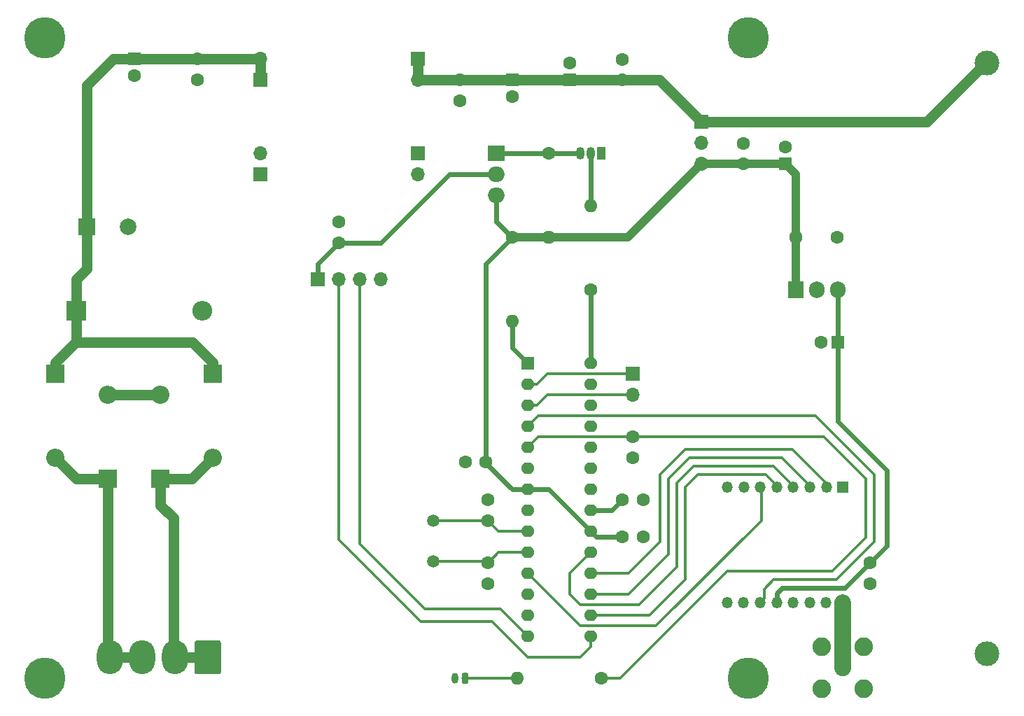
<source format=gbr>
G04 #@! TF.GenerationSoftware,KiCad,Pcbnew,(5.1.2)-1*
G04 #@! TF.CreationDate,2020-01-29T20:57:53+02:00*
G04 #@! TF.ProjectId,PCB,5043422e-6b69-4636-9164-5f7063625858,rev?*
G04 #@! TF.SameCoordinates,Original*
G04 #@! TF.FileFunction,Copper,L1,Top*
G04 #@! TF.FilePolarity,Positive*
%FSLAX46Y46*%
G04 Gerber Fmt 4.6, Leading zero omitted, Abs format (unit mm)*
G04 Created by KiCad (PCBNEW (5.1.2)-1) date 2020-01-29 20:57:53*
%MOMM*%
%LPD*%
G04 APERTURE LIST*
%ADD10C,3.000000*%
%ADD11C,0.800000*%
%ADD12C,5.000000*%
%ADD13C,0.100000*%
%ADD14C,3.160000*%
%ADD15O,3.160000X4.100000*%
%ADD16C,1.600000*%
%ADD17O,0.800000X1.300000*%
%ADD18R,1.905000X2.000000*%
%ADD19O,1.905000X2.000000*%
%ADD20R,2.000000X2.000000*%
%ADD21C,2.000000*%
%ADD22R,1.600000X1.600000*%
%ADD23R,2.200000X2.200000*%
%ADD24O,2.200000X2.200000*%
%ADD25R,2.400000X2.400000*%
%ADD26O,2.400000X2.400000*%
%ADD27O,1.600000X1.400000*%
%ADD28O,1.700000X1.700000*%
%ADD29R,1.700000X1.700000*%
%ADD30O,1.350000X1.350000*%
%ADD31R,1.350000X1.350000*%
%ADD32C,2.050000*%
%ADD33C,2.250000*%
%ADD34O,1.600000X1.600000*%
%ADD35C,1.500000*%
%ADD36O,1.050000X1.500000*%
%ADD37R,1.050000X1.500000*%
%ADD38R,2.000000X1.905000*%
%ADD39O,2.000000X1.905000*%
%ADD40C,1.270000*%
%ADD41C,0.600000*%
%ADD42C,1.000000*%
%ADD43C,0.300000*%
%ADD44C,2.000000*%
G04 APERTURE END LIST*
D10*
X164760000Y-96060000D03*
X164760000Y-24660000D03*
D11*
X137215825Y-97734175D03*
X135890000Y-97185000D03*
X134564175Y-97734175D03*
X134015000Y-99060000D03*
X134564175Y-100385825D03*
X135890000Y-100935000D03*
X137215825Y-100385825D03*
X137765000Y-99060000D03*
D12*
X135890000Y-99060000D03*
D11*
X52125825Y-97734175D03*
X50800000Y-97185000D03*
X49474175Y-97734175D03*
X48925000Y-99060000D03*
X49474175Y-100385825D03*
X50800000Y-100935000D03*
X52125825Y-100385825D03*
X52675000Y-99060000D03*
D12*
X50800000Y-99060000D03*
D11*
X52125825Y-20264175D03*
X50800000Y-19715000D03*
X49474175Y-20264175D03*
X48925000Y-21590000D03*
X49474175Y-22915825D03*
X50800000Y-23465000D03*
X52125825Y-22915825D03*
X52675000Y-21590000D03*
D12*
X50800000Y-21590000D03*
D11*
X137215825Y-20264175D03*
X135890000Y-19715000D03*
X134564175Y-20264175D03*
X134015000Y-21590000D03*
X134564175Y-22915825D03*
X135890000Y-23465000D03*
X137215825Y-22915825D03*
X137765000Y-21590000D03*
D12*
X135890000Y-21590000D03*
D13*
G36*
X71839504Y-94471204D02*
G01*
X71863773Y-94474804D01*
X71887571Y-94480765D01*
X71910671Y-94489030D01*
X71932849Y-94499520D01*
X71953893Y-94512133D01*
X71973598Y-94526747D01*
X71991777Y-94543223D01*
X72008253Y-94561402D01*
X72022867Y-94581107D01*
X72035480Y-94602151D01*
X72045970Y-94624329D01*
X72054235Y-94647429D01*
X72060196Y-94671227D01*
X72063796Y-94695496D01*
X72065000Y-94720000D01*
X72065000Y-98320000D01*
X72063796Y-98344504D01*
X72060196Y-98368773D01*
X72054235Y-98392571D01*
X72045970Y-98415671D01*
X72035480Y-98437849D01*
X72022867Y-98458893D01*
X72008253Y-98478598D01*
X71991777Y-98496777D01*
X71973598Y-98513253D01*
X71953893Y-98527867D01*
X71932849Y-98540480D01*
X71910671Y-98550970D01*
X71887571Y-98559235D01*
X71863773Y-98565196D01*
X71839504Y-98568796D01*
X71815000Y-98570000D01*
X69155000Y-98570000D01*
X69130496Y-98568796D01*
X69106227Y-98565196D01*
X69082429Y-98559235D01*
X69059329Y-98550970D01*
X69037151Y-98540480D01*
X69016107Y-98527867D01*
X68996402Y-98513253D01*
X68978223Y-98496777D01*
X68961747Y-98478598D01*
X68947133Y-98458893D01*
X68934520Y-98437849D01*
X68924030Y-98415671D01*
X68915765Y-98392571D01*
X68909804Y-98368773D01*
X68906204Y-98344504D01*
X68905000Y-98320000D01*
X68905000Y-94720000D01*
X68906204Y-94695496D01*
X68909804Y-94671227D01*
X68915765Y-94647429D01*
X68924030Y-94624329D01*
X68934520Y-94602151D01*
X68947133Y-94581107D01*
X68961747Y-94561402D01*
X68978223Y-94543223D01*
X68996402Y-94526747D01*
X69016107Y-94512133D01*
X69037151Y-94499520D01*
X69059329Y-94489030D01*
X69082429Y-94480765D01*
X69106227Y-94474804D01*
X69130496Y-94471204D01*
X69155000Y-94470000D01*
X71815000Y-94470000D01*
X71839504Y-94471204D01*
X71839504Y-94471204D01*
G37*
D14*
X70485000Y-96520000D03*
D15*
X66525000Y-96520000D03*
X62565000Y-96520000D03*
X58605000Y-96520000D03*
D16*
X121920000Y-69850000D03*
X121920000Y-72350000D03*
D13*
G36*
X101819603Y-98410963D02*
G01*
X101839018Y-98413843D01*
X101858057Y-98418612D01*
X101876537Y-98425224D01*
X101894279Y-98433616D01*
X101911114Y-98443706D01*
X101926879Y-98455398D01*
X101941421Y-98468579D01*
X101954602Y-98483121D01*
X101966294Y-98498886D01*
X101976384Y-98515721D01*
X101984776Y-98533463D01*
X101991388Y-98551943D01*
X101996157Y-98570982D01*
X101999037Y-98590397D01*
X102000000Y-98610000D01*
X102000000Y-99510000D01*
X101999037Y-99529603D01*
X101996157Y-99549018D01*
X101991388Y-99568057D01*
X101984776Y-99586537D01*
X101976384Y-99604279D01*
X101966294Y-99621114D01*
X101954602Y-99636879D01*
X101941421Y-99651421D01*
X101926879Y-99664602D01*
X101911114Y-99676294D01*
X101894279Y-99686384D01*
X101876537Y-99694776D01*
X101858057Y-99701388D01*
X101839018Y-99706157D01*
X101819603Y-99709037D01*
X101800000Y-99710000D01*
X101400000Y-99710000D01*
X101380397Y-99709037D01*
X101360982Y-99706157D01*
X101341943Y-99701388D01*
X101323463Y-99694776D01*
X101305721Y-99686384D01*
X101288886Y-99676294D01*
X101273121Y-99664602D01*
X101258579Y-99651421D01*
X101245398Y-99636879D01*
X101233706Y-99621114D01*
X101223616Y-99604279D01*
X101215224Y-99586537D01*
X101208612Y-99568057D01*
X101203843Y-99549018D01*
X101200963Y-99529603D01*
X101200000Y-99510000D01*
X101200000Y-98610000D01*
X101200963Y-98590397D01*
X101203843Y-98570982D01*
X101208612Y-98551943D01*
X101215224Y-98533463D01*
X101223616Y-98515721D01*
X101233706Y-98498886D01*
X101245398Y-98483121D01*
X101258579Y-98468579D01*
X101273121Y-98455398D01*
X101288886Y-98443706D01*
X101305721Y-98433616D01*
X101323463Y-98425224D01*
X101341943Y-98418612D01*
X101360982Y-98413843D01*
X101380397Y-98410963D01*
X101400000Y-98410000D01*
X101800000Y-98410000D01*
X101819603Y-98410963D01*
X101819603Y-98410963D01*
G37*
D11*
X101600000Y-99060000D03*
D17*
X100350000Y-99060000D03*
D18*
X141605000Y-52070000D03*
D19*
X144145000Y-52070000D03*
X146685000Y-52070000D03*
D16*
X123150000Y-81915000D03*
X120650000Y-81915000D03*
X101640000Y-72898000D03*
X104140000Y-72898000D03*
X104394000Y-79970000D03*
X104394000Y-77470000D03*
X104394000Y-85090000D03*
X104394000Y-87590000D03*
X120650000Y-77470000D03*
X123150000Y-77470000D03*
D20*
X55880000Y-44450000D03*
D21*
X60880000Y-44450000D03*
D22*
X61595000Y-24130000D03*
D16*
X61595000Y-26130000D03*
X69215000Y-24130000D03*
X69215000Y-26630000D03*
X141605000Y-45720000D03*
X146605000Y-45720000D03*
X144685000Y-58420000D03*
D22*
X146685000Y-58420000D03*
D16*
X100965000Y-26670000D03*
X100965000Y-29170000D03*
X107315000Y-28670000D03*
D22*
X107315000Y-26670000D03*
X114300000Y-26670000D03*
D16*
X114300000Y-24670000D03*
X120650000Y-26670000D03*
X120650000Y-24170000D03*
X150622000Y-87590000D03*
X150622000Y-85090000D03*
X135255000Y-34330000D03*
X135255000Y-36830000D03*
D22*
X140335000Y-36830000D03*
D16*
X140335000Y-34830000D03*
D23*
X64770000Y-74930000D03*
D24*
X64770000Y-64770000D03*
D23*
X58420000Y-74930000D03*
D24*
X58420000Y-64770000D03*
X71120000Y-72390000D03*
D23*
X71120000Y-62230000D03*
D24*
X52070000Y-72390000D03*
D23*
X52070000Y-62230000D03*
D25*
X54610000Y-54610000D03*
D26*
X69850000Y-54610000D03*
D22*
X109220000Y-60960000D03*
D27*
X116840000Y-93980000D03*
X109220000Y-63500000D03*
X116840000Y-91440000D03*
X109220000Y-66040000D03*
X116840000Y-88900000D03*
X109220000Y-68580000D03*
X116840000Y-86360000D03*
X109220000Y-71120000D03*
X116840000Y-83820000D03*
X109220000Y-73660000D03*
X116840000Y-81280000D03*
X109220000Y-76200000D03*
X116840000Y-78740000D03*
X109220000Y-78740000D03*
X116840000Y-76200000D03*
X109220000Y-81280000D03*
X116840000Y-73660000D03*
X109220000Y-83820000D03*
X116840000Y-71120000D03*
X109220000Y-86360000D03*
X116840000Y-68580000D03*
X109220000Y-88900000D03*
X116840000Y-66040000D03*
X109220000Y-91440000D03*
X116840000Y-63500000D03*
X109220000Y-93980000D03*
X116840000Y-60960000D03*
D28*
X76835000Y-24130000D03*
D29*
X76835000Y-26670000D03*
X76835000Y-38100000D03*
D28*
X76835000Y-35560000D03*
X95885000Y-26670000D03*
D29*
X95885000Y-24130000D03*
X95885000Y-35560000D03*
D28*
X95885000Y-38100000D03*
D30*
X133320000Y-75947171D03*
X135320000Y-75947171D03*
X137320000Y-75947171D03*
X139320000Y-75947171D03*
X141320000Y-75947171D03*
X143320000Y-75947171D03*
X145320000Y-75947171D03*
D31*
X147320000Y-75947171D03*
D29*
X130175000Y-31750000D03*
D28*
X130175000Y-34290000D03*
X130175000Y-36830000D03*
D31*
X147298700Y-89917171D03*
D30*
X145298700Y-89917171D03*
X143298700Y-89917171D03*
X141298700Y-89917171D03*
X139298700Y-89917171D03*
X137298700Y-89917171D03*
X135298700Y-89917171D03*
X133298700Y-89917171D03*
D32*
X147320000Y-97790000D03*
D33*
X149860000Y-100330000D03*
X149860000Y-95250000D03*
X144780000Y-95250000D03*
X144780000Y-100330000D03*
D29*
X83820000Y-50800000D03*
D28*
X86360000Y-50800000D03*
X88900000Y-50800000D03*
X91440000Y-50800000D03*
D16*
X107315000Y-45720000D03*
D34*
X107315000Y-55880000D03*
D35*
X97790000Y-80010000D03*
X97790000Y-84890000D03*
D16*
X118110000Y-99060000D03*
D34*
X107950000Y-99060000D03*
D36*
X116840000Y-35560000D03*
X115570000Y-35560000D03*
D37*
X118110000Y-35560000D03*
D38*
X105410000Y-35560000D03*
D39*
X105410000Y-38100000D03*
X105410000Y-40640000D03*
D34*
X116840000Y-41910000D03*
D16*
X116840000Y-52070000D03*
X111760000Y-35560000D03*
D34*
X111760000Y-45720000D03*
D16*
X86360000Y-46355000D03*
X86360000Y-43855000D03*
D29*
X121920000Y-62230000D03*
D28*
X121920000Y-64770000D03*
D40*
X95885000Y-24130000D02*
X95885000Y-26670000D01*
X95885000Y-26670000D02*
X97155000Y-26670000D01*
X99695000Y-26670000D02*
X100965000Y-26670000D01*
X100965000Y-26670000D02*
X107315000Y-26670000D01*
X99695000Y-26670000D02*
X97155000Y-26670000D01*
X113030000Y-26670000D02*
X107315000Y-26670000D01*
X125095000Y-26670000D02*
X113030000Y-26670000D01*
X130175000Y-31750000D02*
X125095000Y-26670000D01*
X157480000Y-31750000D02*
X130175000Y-31750000D01*
X164760000Y-24660000D02*
X164570000Y-24660000D01*
X164570000Y-24660000D02*
X157480000Y-31750000D01*
X58420000Y-64770000D02*
X64770000Y-64770000D01*
D41*
X116840000Y-81280000D02*
X114844999Y-79284999D01*
X114844999Y-79284999D02*
X114300000Y-78740000D01*
X111760000Y-76200000D02*
X109220000Y-76200000D01*
X114300000Y-78740000D02*
X111760000Y-76200000D01*
X117475000Y-81915000D02*
X116840000Y-81280000D01*
X120650000Y-81915000D02*
X117475000Y-81915000D01*
X105410000Y-43815000D02*
X105410000Y-40640000D01*
X107315000Y-45720000D02*
X105410000Y-43815000D01*
D42*
X141605000Y-52070000D02*
X141605000Y-38100000D01*
X141605000Y-38100000D02*
X140335000Y-36830000D01*
X121285000Y-45720000D02*
X107315000Y-45720000D01*
X140335000Y-36830000D02*
X130175000Y-36830000D01*
X130175000Y-36830000D02*
X121285000Y-45720000D01*
D41*
X104140000Y-48895000D02*
X107315000Y-45720000D01*
X104140000Y-73025000D02*
X104140000Y-48895000D01*
X109220000Y-76200000D02*
X107315000Y-76200000D01*
X107315000Y-76200000D02*
X104140000Y-73025000D01*
D43*
X104394000Y-80010000D02*
X97790000Y-80010000D01*
X109220000Y-81280000D02*
X105664000Y-81280000D01*
X105664000Y-81280000D02*
X104394000Y-80010000D01*
X104594000Y-84890000D02*
X97790000Y-84890000D01*
X109220000Y-83820000D02*
X105664000Y-83820000D01*
X105664000Y-83820000D02*
X104594000Y-84890000D01*
D41*
X119380000Y-78740000D02*
X120650000Y-77470000D01*
X116840000Y-78740000D02*
X119380000Y-78740000D01*
D40*
X52070000Y-60880000D02*
X52070000Y-62230000D01*
X53260000Y-59690000D02*
X52070000Y-60880000D01*
X54610000Y-58340000D02*
X54610000Y-54610000D01*
X53260000Y-59690000D02*
X54610000Y-58340000D01*
X59055000Y-24130000D02*
X61595000Y-24130000D01*
X55880000Y-33020000D02*
X55880000Y-27305000D01*
X55880000Y-27305000D02*
X59055000Y-24130000D01*
X54610000Y-50800000D02*
X55880000Y-49530000D01*
X54610000Y-54610000D02*
X54610000Y-50800000D01*
X55880000Y-49530000D02*
X55880000Y-41910000D01*
X55880000Y-41910000D02*
X55880000Y-33020000D01*
X61595000Y-24130000D02*
X69215000Y-24130000D01*
X74295000Y-24130000D02*
X76835000Y-24130000D01*
X76835000Y-24130000D02*
X76835000Y-26670000D01*
X69215000Y-24130000D02*
X74295000Y-24130000D01*
X54530000Y-58420000D02*
X53260000Y-59690000D01*
X68660000Y-58420000D02*
X54530000Y-58420000D01*
X71120000Y-62230000D02*
X71120000Y-60880000D01*
X71120000Y-60880000D02*
X68660000Y-58420000D01*
D41*
X139298700Y-88793300D02*
X139298700Y-89917171D01*
X139954000Y-88138000D02*
X139298700Y-88793300D01*
X143002000Y-88137999D02*
X139954000Y-88138000D01*
X147574001Y-88137999D02*
X143002000Y-88137999D01*
X152654000Y-83058000D02*
X147574001Y-88137999D01*
X152654000Y-73914000D02*
X152654000Y-83058000D01*
X146685000Y-52070000D02*
X146685000Y-67945000D01*
X146685000Y-67945000D02*
X152654000Y-73914000D01*
D40*
X68580000Y-74930000D02*
X71120000Y-72390000D01*
X64770000Y-74930000D02*
X68580000Y-74930000D01*
X70300000Y-96520000D02*
X66340000Y-96520000D01*
X66340000Y-96520000D02*
X66340000Y-79675000D01*
X66340000Y-79675000D02*
X64770000Y-78105000D01*
X64770000Y-78105000D02*
X64770000Y-74930000D01*
X58420000Y-92990000D02*
X58420000Y-74930000D01*
X58420000Y-93980000D02*
X58420000Y-96520000D01*
X58420000Y-92990000D02*
X58420000Y-93980000D01*
X54610000Y-74930000D02*
X52070000Y-72390000D01*
X58420000Y-74930000D02*
X54610000Y-74930000D01*
X58420000Y-96520000D02*
X62380000Y-96520000D01*
D41*
X107315000Y-59055000D02*
X109220000Y-60960000D01*
X107315000Y-55880000D02*
X107315000Y-59055000D01*
D43*
X88900000Y-82804000D02*
X88900000Y-50800000D01*
X96774000Y-90678000D02*
X88900000Y-82804000D01*
X109220000Y-93980000D02*
X105918000Y-90678000D01*
X105918000Y-90678000D02*
X96774000Y-90678000D01*
X121920000Y-91440000D02*
X116840000Y-91440000D01*
X123952000Y-91440000D02*
X128270000Y-87122000D01*
X121920000Y-91440000D02*
X123952000Y-91440000D01*
X128270000Y-87122000D02*
X128270000Y-75946000D01*
X128270000Y-75946000D02*
X129794000Y-74422000D01*
X129794000Y-74422000D02*
X137933529Y-74422000D01*
X137933529Y-74422000D02*
X139458700Y-75947171D01*
X86360000Y-82296000D02*
X86360000Y-50800000D01*
X116840000Y-95250000D02*
X115570000Y-96520000D01*
X116840000Y-93980000D02*
X116840000Y-95250000D01*
X115570000Y-96520000D02*
X109220000Y-96520000D01*
X109220000Y-96520000D02*
X104902000Y-92202000D01*
X104902000Y-92202000D02*
X96266000Y-92202000D01*
X96266000Y-92202000D02*
X86360000Y-82296000D01*
X120650000Y-88900000D02*
X116840000Y-88900000D01*
X121412000Y-88900000D02*
X126238000Y-84074000D01*
X120650000Y-88900000D02*
X121412000Y-88900000D01*
X126238000Y-84074000D02*
X126238000Y-74930000D01*
X126238000Y-74930000D02*
X128778000Y-72390000D01*
X128778000Y-72390000D02*
X139901529Y-72390000D01*
X139901529Y-72390000D02*
X143458700Y-75947171D01*
X137795000Y-89420871D02*
X137298700Y-89917171D01*
X138938000Y-87122000D02*
X137795000Y-88265000D01*
X110490000Y-67310000D02*
X144018000Y-67310000D01*
X109220000Y-68580000D02*
X110490000Y-67310000D01*
X144018000Y-67310000D02*
X151130000Y-74422000D01*
X151130000Y-74422000D02*
X151130000Y-82550000D01*
X151130000Y-82550000D02*
X146558000Y-87122000D01*
X137795000Y-88265000D02*
X137795000Y-89420871D01*
X146558000Y-87122000D02*
X138938000Y-87122000D01*
X145458700Y-75608700D02*
X145458700Y-75947171D01*
X121412000Y-86360000D02*
X125222000Y-82550000D01*
X116840000Y-86360000D02*
X121412000Y-86360000D01*
X125222000Y-82550000D02*
X125222000Y-74422000D01*
X125222000Y-74422000D02*
X128270000Y-71374000D01*
X128270000Y-71374000D02*
X141224000Y-71374000D01*
X141224000Y-71374000D02*
X145458700Y-75608700D01*
X141458700Y-75947171D02*
X141108700Y-75947171D01*
X114300000Y-86360000D02*
X114300000Y-88900000D01*
X129286000Y-73406000D02*
X138917529Y-73406000D01*
X138917529Y-73406000D02*
X141458700Y-75947171D01*
X127254000Y-75438000D02*
X129286000Y-73406000D01*
X127254000Y-85598000D02*
X127254000Y-75438000D01*
X122682000Y-90170000D02*
X127254000Y-85598000D01*
X121285000Y-90170000D02*
X122682000Y-90170000D01*
X121285000Y-90170000D02*
X120650000Y-90170000D01*
X120650000Y-90170000D02*
X115570000Y-90170000D01*
X114300000Y-88900000D02*
X115570000Y-90170000D01*
X116840000Y-83820000D02*
X114300000Y-86360000D01*
X120142000Y-99060000D02*
X118110000Y-99060000D01*
X120396000Y-99060000D02*
X120142000Y-99060000D01*
X133350000Y-86106000D02*
X120396000Y-99060000D01*
X110490000Y-69850000D02*
X145034000Y-69850000D01*
X109220000Y-71120000D02*
X110490000Y-69850000D01*
X145034000Y-69850000D02*
X150114000Y-74930000D01*
X150114000Y-74930000D02*
X150114000Y-82042000D01*
X150114000Y-82042000D02*
X146050000Y-86106000D01*
X146050000Y-86106000D02*
X133350000Y-86106000D01*
X137458700Y-79965300D02*
X137458700Y-75947171D01*
X124714000Y-92710000D02*
X137458700Y-79965300D01*
X109220000Y-86360000D02*
X115570000Y-92710000D01*
X115570000Y-92710000D02*
X124714000Y-92710000D01*
D44*
X147320000Y-89938471D02*
X147298700Y-89917171D01*
X147320000Y-97790000D02*
X147320000Y-89938471D01*
D41*
X116840000Y-60960000D02*
X116840000Y-52070000D01*
X83820000Y-48895000D02*
X83820000Y-50800000D01*
X86360000Y-46355000D02*
X83820000Y-48895000D01*
X99695000Y-38100000D02*
X91440000Y-46355000D01*
X91440000Y-46355000D02*
X86360000Y-46355000D01*
X105410000Y-38100000D02*
X99695000Y-38100000D01*
X116840000Y-41910000D02*
X116840000Y-35560000D01*
X115570000Y-35560000D02*
X105410000Y-35560000D01*
D43*
X107950000Y-99060000D02*
X101600000Y-99060000D01*
X109220000Y-63500000D02*
X110320000Y-63500000D01*
X110320000Y-63500000D02*
X111590000Y-62230000D01*
X111590000Y-62230000D02*
X121920000Y-62230000D01*
X121285000Y-64770000D02*
X121920000Y-64135000D01*
X111590000Y-64770000D02*
X121920000Y-64770000D01*
X109220000Y-66040000D02*
X110320000Y-66040000D01*
X110320000Y-66040000D02*
X111590000Y-64770000D01*
M02*

</source>
